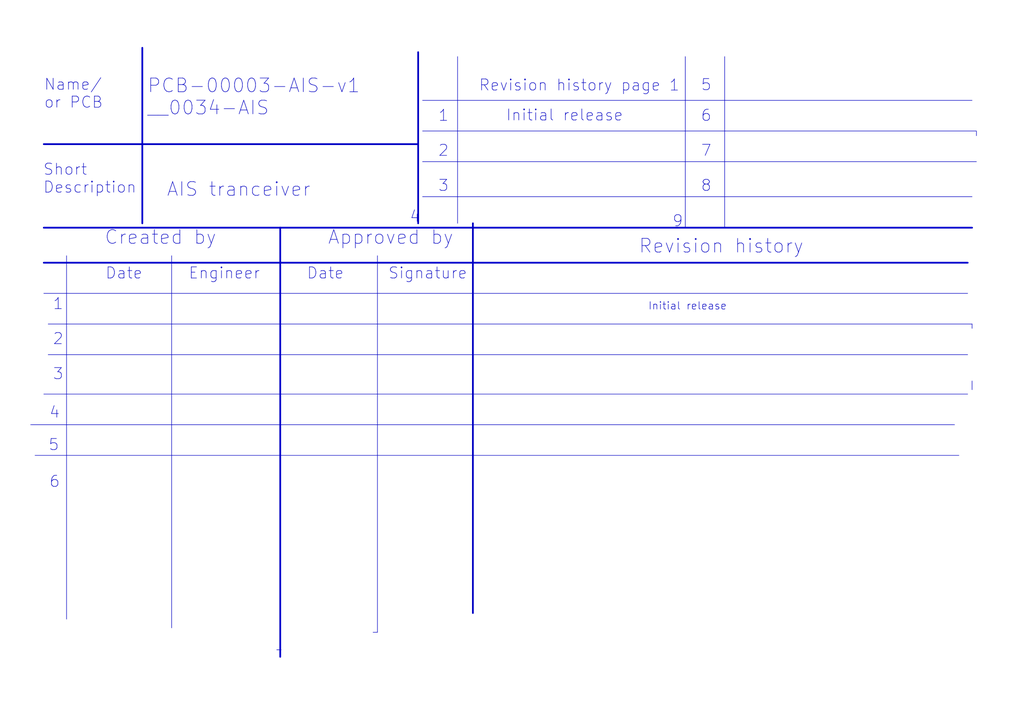
<source format=kicad_sch>
(kicad_sch
	(version 20231120)
	(generator "eeschema")
	(generator_version "8.0")
	(uuid "65731083-3147-4e84-ad34-fe0054ccc6a6")
	(paper "A4")
	(lib_symbols)
	(polyline
		(pts
			(xy 210.185 16.4084) (xy 210.185 66.04)
		)
		(stroke
			(width 0)
			(type default)
		)
		(uuid "02c32319-9151-44af-a6cd-789cace1278b")
	)
	(polyline
		(pts
			(xy 81.28 66.04) (xy 81.28 190.5)
		)
		(stroke
			(width 0.508)
			(type solid)
		)
		(uuid "03bc4d1f-6ac5-4648-93cc-c0b3dc475c8f")
	)
	(polyline
		(pts
			(xy 122.555 29.1084) (xy 281.94 29.1084)
		)
		(stroke
			(width 0)
			(type default)
		)
		(uuid "0c127dea-60c2-47a0-81b1-51d44083c226")
	)
	(polyline
		(pts
			(xy 12.7 66.04) (xy 281.94 66.04)
		)
		(stroke
			(width 0.508)
			(type solid)
		)
		(uuid "0ea41a9e-e0a3-4e0b-ab2b-ffda8fcae46c")
	)
	(polyline
		(pts
			(xy 80.264 188.468) (xy 81.534 188.468)
		)
		(stroke
			(width 0)
			(type default)
		)
		(uuid "0f9e26ba-69b7-4fd7-b78a-d7044765958e")
	)
	(polyline
		(pts
			(xy 122.555 46.8884) (xy 283.21 46.8884)
		)
		(stroke
			(width 0)
			(type default)
		)
		(uuid "21ca9048-fc77-47e2-9e57-dfa62b049191")
	)
	(polyline
		(pts
			(xy 109.474 183.388) (xy 108.204 183.388)
		)
		(stroke
			(width 0)
			(type default)
		)
		(uuid "321f1de4-84fe-41e1-aa1f-24c2b90b82f8")
	)
	(polyline
		(pts
			(xy 132.715 16.4084) (xy 132.715 64.77)
		)
		(stroke
			(width 0)
			(type default)
		)
		(uuid "37f5f71f-23c3-44f2-9d20-ec3f92876787")
	)
	(polyline
		(pts
			(xy 198.755 16.4084) (xy 198.755 66.04)
		)
		(stroke
			(width 0)
			(type default)
		)
		(uuid "3ad3a35a-a325-48f6-957c-9bcf5a06b9fd")
	)
	(polyline
		(pts
			(xy 12.7 76.2) (xy 280.67 76.2)
		)
		(stroke
			(width 0.508)
			(type solid)
		)
		(uuid "469e3a8f-35d4-4dba-8903-0e771749e340")
	)
	(polyline
		(pts
			(xy 41.275 13.8684) (xy 41.275 64.77)
		)
		(stroke
			(width 0.508)
			(type solid)
		)
		(uuid "4885994c-47de-406c-9f71-24b2c14fbb25")
	)
	(polyline
		(pts
			(xy 109.474 74.168) (xy 109.474 183.388)
		)
		(stroke
			(width 0)
			(type default)
		)
		(uuid "51ed0c6a-42c9-424b-b405-45d67f2d2ea9")
	)
	(polyline
		(pts
			(xy 122.555 57.0484) (xy 281.94 57.0484)
		)
		(stroke
			(width 0)
			(type default)
		)
		(uuid "554110b3-fa85-413f-9839-074bd421b3f1")
	)
	(polyline
		(pts
			(xy 281.94 113.03) (xy 281.94 110.49)
		)
		(stroke
			(width 0)
			(type default)
		)
		(uuid "594700cc-0b3e-4d83-9a55-f5b20fda0955")
	)
	(polyline
		(pts
			(xy 8.89 123.19) (xy 276.86 123.19)
		)
		(stroke
			(width 0)
			(type default)
		)
		(uuid "647ab5c8-45a2-4fb5-a940-d8434b600d76")
	)
	(polyline
		(pts
			(xy 19.304 74.168) (xy 19.304 179.578)
		)
		(stroke
			(width 0)
			(type default)
		)
		(uuid "7b84e381-8e5d-4ebc-b974-2b741aa4606c")
	)
	(polyline
		(pts
			(xy 10.16 132.08) (xy 278.13 132.08)
		)
		(stroke
			(width 0)
			(type default)
		)
		(uuid "81d4fa1a-1376-4045-90df-ed06ea06a5f4")
	)
	(polyline
		(pts
			(xy 13.97 102.87) (xy 280.67 102.87)
		)
		(stroke
			(width 0)
			(type default)
		)
		(uuid "8ac9a5b6-3f47-4af4-b181-243506a3181a")
	)
	(polyline
		(pts
			(xy 49.784 74.168) (xy 49.784 182.118)
		)
		(stroke
			(width 0)
			(type default)
		)
		(uuid "8b115fcd-3e52-4265-8dac-9feec21aea2b")
	)
	(polyline
		(pts
			(xy 122.555 37.9984) (xy 283.21 37.9984)
		)
		(stroke
			(width 0)
			(type default)
		)
		(uuid "9174e3eb-8868-4f49-8446-71e0628d8f08")
	)
	(polyline
		(pts
			(xy 12.7 114.3) (xy 280.67 114.3)
		)
		(stroke
			(width 0)
			(type default)
		)
		(uuid "a2b4291c-76e3-473c-b575-076f610bae6a")
	)
	(polyline
		(pts
			(xy 121.285 15.1384) (xy 121.285 64.77)
		)
		(stroke
			(width 0.508)
			(type solid)
		)
		(uuid "b07c60c8-1e78-4790-82c7-a61ef016c0ee")
	)
	(polyline
		(pts
			(xy 137.16 64.77) (xy 137.16 177.8)
		)
		(stroke
			(width 0.508)
			(type solid)
		)
		(uuid "cd3ddf58-ff60-40df-800c-ed305219294c")
	)
	(polyline
		(pts
			(xy 13.97 93.98) (xy 281.94 93.98)
		)
		(stroke
			(width 0)
			(type default)
		)
		(uuid "d89d3901-d3df-4518-8055-4ab5179cdf22")
	)
	(polyline
		(pts
			(xy 281.94 93.98) (xy 281.94 95.25)
		)
		(stroke
			(width 0)
			(type default)
		)
		(uuid "ed0122fc-e34b-471c-a044-de240f0a6f42")
	)
	(polyline
		(pts
			(xy 12.7 41.8084) (xy 121.285 41.8084)
		)
		(stroke
			(width 0.508)
			(type solid)
		)
		(uuid "edc2a3bc-9c52-4972-a1c9-fd3fa598bab0")
	)
	(polyline
		(pts
			(xy 283.21 38.1) (xy 283.21 39.37)
		)
		(stroke
			(width 0)
			(type default)
		)
		(uuid "f30ebbca-52b8-46ce-a50e-63739e3d9cdf")
	)
	(polyline
		(pts
			(xy 12.7 85.09) (xy 280.67 85.09)
		)
		(stroke
			(width 0)
			(type default)
		)
		(uuid "fbb7ad72-a9e4-4794-9c7e-9651b9b670ae")
	)
	(text "Created by"
		(exclude_from_sim no)
		(at 30.226 71.3232 0)
		(effects
			(font
				(size 3.9878 3.9878)
			)
			(justify left bottom)
		)
		(uuid "1754dc73-444c-4ce5-99dc-b2d135053c14")
	)
	(text "Engineer"
		(exclude_from_sim no)
		(at 54.61 81.28 0)
		(effects
			(font
				(size 3.2258 3.2258)
			)
			(justify left bottom)
		)
		(uuid "184c03ee-5c15-47f3-b4d8-2626802152d1")
	)
	(text "3"
		(exclude_from_sim no)
		(at 127 55.88 0)
		(effects
			(font
				(size 3.2258 3.2258)
			)
			(justify left bottom)
		)
		(uuid "1d0c52a0-bf6c-4fb3-a539-3bd468b53338")
	)
	(text "Short\nDescription"
		(exclude_from_sim no)
		(at 12.446 56.388 0)
		(effects
			(font
				(size 3.2258 3.2258)
			)
			(justify left bottom)
		)
		(uuid "1ff3583e-f541-459b-876f-2d026a1acdea")
	)
	(text "Approved by"
		(exclude_from_sim no)
		(at 94.996 71.3232 0)
		(effects
			(font
				(size 3.9878 3.9878)
			)
			(justify left bottom)
		)
		(uuid "2c76e6a6-b4e4-4ede-a31e-dfc7637816b1")
	)
	(text "Revision history"
		(exclude_from_sim no)
		(at 185.166 73.8632 0)
		(effects
			(font
				(size 3.9878 3.9878)
			)
			(justify left bottom)
		)
		(uuid "2e4557b1-643e-40f5-835e-6d1c3abaa36e")
	)
	(text "Initial release"
		(exclude_from_sim no)
		(at 187.96 90.17 0)
		(effects
			(font
				(size 2.159 2.159)
			)
			(justify left bottom)
		)
		(uuid "2e8984d4-72d6-440c-9c11-5ce0fd3cceac")
	)
	(text "4"
		(exclude_from_sim no)
		(at 118.745 64.8716 0)
		(effects
			(font
				(size 3.2258 3.2258)
			)
			(justify left bottom)
		)
		(uuid "33a08e77-a779-451f-bed2-262f2415cc6e")
	)
	(text "5"
		(exclude_from_sim no)
		(at 13.97 131.064 0)
		(effects
			(font
				(size 3.2258 3.2258)
			)
			(justify left bottom)
		)
		(uuid "387964ff-2275-4c9a-bae5-ad8b012f5270")
	)
	(text "6"
		(exclude_from_sim no)
		(at 14.224 141.732 0)
		(effects
			(font
				(size 3.2258 3.2258)
			)
			(justify left bottom)
		)
		(uuid "5c49bc94-489d-4f9e-a2f3-360e4b3d4b5d")
	)
	(text "Signature"
		(exclude_from_sim no)
		(at 112.522 81.28 0)
		(effects
			(font
				(size 3.2258 3.2258)
			)
			(justify left bottom)
		)
		(uuid "5f432461-be44-46a1-83c6-8325c14fe437")
	)
	(text "Date"
		(exclude_from_sim no)
		(at 30.48 81.28 0)
		(effects
			(font
				(size 3.2258 3.2258)
			)
			(justify left bottom)
		)
		(uuid "62336c50-dff0-4fb4-9121-2ace651ab4f4")
	)
	(text "9"
		(exclude_from_sim no)
		(at 194.945 66.1416 0)
		(effects
			(font
				(size 3.2258 3.2258)
			)
			(justify left bottom)
		)
		(uuid "698f630c-8e81-4e51-8332-a2a82af3c340")
	)
	(text "Date"
		(exclude_from_sim no)
		(at 88.9 81.28 0)
		(effects
			(font
				(size 3.2258 3.2258)
			)
			(justify left bottom)
		)
		(uuid "7443957f-5539-4571-9aac-97f07b9a8ba5")
	)
	(text "1"
		(exclude_from_sim no)
		(at 127 35.56 0)
		(effects
			(font
				(size 3.2258 3.2258)
			)
			(justify left bottom)
		)
		(uuid "7a481b36-3f35-46a0-b56e-3185f626d112")
	)
	(text "3"
		(exclude_from_sim no)
		(at 15.24 110.49 0)
		(effects
			(font
				(size 3.2258 3.2258)
			)
			(justify left bottom)
		)
		(uuid "80593d0b-f4cd-4d84-916a-165755952ad3")
	)
	(text "2"
		(exclude_from_sim no)
		(at 127 45.72 0)
		(effects
			(font
				(size 3.2258 3.2258)
			)
			(justify left bottom)
		)
		(uuid "80afc38f-549d-424f-8039-3bd3d66d2142")
	)
	(text "8"
		(exclude_from_sim no)
		(at 203.2 55.88 0)
		(effects
			(font
				(size 3.2258 3.2258)
			)
			(justify left bottom)
		)
		(uuid "8449645a-fd1d-4a9e-b09c-9e9323629fc2")
	)
	(text "Revision history page 1\n"
		(exclude_from_sim no)
		(at 138.811 26.7716 0)
		(effects
			(font
				(size 3.2258 3.2258)
			)
			(justify left bottom)
		)
		(uuid "aabf5cdc-e55f-4ad6-b2ac-4972d78f3268")
	)
	(text "1"
		(exclude_from_sim no)
		(at 15.24 90.17 0)
		(effects
			(font
				(size 3.2258 3.2258)
			)
			(justify left bottom)
		)
		(uuid "b66d0605-7db2-4a75-8baa-d021f07fe51f")
	)
	(text "Name/\nor PCB"
		(exclude_from_sim no)
		(at 12.7 31.75 0)
		(effects
			(font
				(size 3.2258 3.2258)
			)
			(justify left bottom)
		)
		(uuid "be638350-7e9d-44bd-ab4c-446366ea4de7")
	)
	(text "6"
		(exclude_from_sim no)
		(at 203.2 35.56 0)
		(effects
			(font
				(size 3.2258 3.2258)
			)
			(justify left bottom)
		)
		(uuid "cbda1fba-cc8c-415b-8a01-2439d2df638f")
	)
	(text "Initial release"
		(exclude_from_sim no)
		(at 146.685 35.4584 0)
		(effects
			(font
				(size 3.2258 3.2258)
			)
			(justify left bottom)
		)
		(uuid "d0996bf7-d4f5-4f8a-984d-c017ddd7b1b1")
	)
	(text "PCB-00003-AIS-v1\n__0034-AIS"
		(exclude_from_sim no)
		(at 42.672 33.782 0)
		(effects
			(font
				(size 3.9878 3.9878)
			)
			(justify left bottom)
		)
		(uuid "d1a12217-92b4-474b-88fd-c7c5fc516c26")
	)
	(text "4"
		(exclude_from_sim no)
		(at 14.224 121.666 0)
		(effects
			(font
				(size 3.2258 3.2258)
			)
			(justify left bottom)
		)
		(uuid "d4965f6e-239b-4302-a2dc-4003d18ba7af")
	)
	(text "2\n"
		(exclude_from_sim no)
		(at 15.24 100.33 0)
		(effects
			(font
				(size 3.2258 3.2258)
			)
			(justify left bottom)
		)
		(uuid "d52e1621-c6d5-494a-b492-f9c3b074af56")
	)
	(text "5"
		(exclude_from_sim no)
		(at 203.2 26.67 0)
		(effects
			(font
				(size 3.2258 3.2258)
			)
			(justify left bottom)
		)
		(uuid "d7c3fc39-a668-46f1-9196-bca937dc8b04")
	)
	(text "7"
		(exclude_from_sim no)
		(at 203.2 45.72 0)
		(effects
			(font
				(size 3.2258 3.2258)
			)
			(justify left bottom)
		)
		(uuid "e32109e8-a595-43e0-9ac4-9e17987c02ca")
	)
	(text "AIS tranceiver\n"
		(exclude_from_sim no)
		(at 48.26 57.404 0)
		(effects
			(font
				(size 3.9878 3.9878)
			)
			(justify left bottom)
		)
		(uuid "fbbaa2b4-d8b4-43e0-91a7-0d51dc4e1912")
	)
)

</source>
